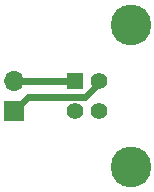
<source format=gtl>
%TF.GenerationSoftware,KiCad,Pcbnew,7.0.5*%
%TF.CreationDate,2024-02-13T09:57:52+02:00*%
%TF.ProjectId,USB Connector,55534220-436f-46e6-9e65-63746f722e6b,V0*%
%TF.SameCoordinates,Original*%
%TF.FileFunction,Copper,L1,Top*%
%TF.FilePolarity,Positive*%
%FSLAX46Y46*%
G04 Gerber Fmt 4.6, Leading zero omitted, Abs format (unit mm)*
G04 Created by KiCad (PCBNEW 7.0.5) date 2024-02-13 09:57:52*
%MOMM*%
%LPD*%
G01*
G04 APERTURE LIST*
%TA.AperFunction,ComponentPad*%
%ADD10R,1.400000X1.400000*%
%TD*%
%TA.AperFunction,ComponentPad*%
%ADD11C,1.400000*%
%TD*%
%TA.AperFunction,ComponentPad*%
%ADD12C,3.450000*%
%TD*%
%TA.AperFunction,ComponentPad*%
%ADD13R,1.700000X1.700000*%
%TD*%
%TA.AperFunction,ComponentPad*%
%ADD14O,1.700000X1.700000*%
%TD*%
%TA.AperFunction,Conductor*%
%ADD15C,0.600000*%
%TD*%
G04 APERTURE END LIST*
D10*
%TO.P,J2,1,VBUS*%
%TO.N,Net-(J2-VBUS)*%
X-854000Y1300000D03*
D11*
%TO.P,J2,2,D-*%
%TO.N,unconnected-(J2-D--Pad2)*%
X-854000Y-1200000D03*
%TO.P,J2,3,D+*%
%TO.N,unconnected-(J2-D+-Pad3)*%
X1146000Y-1200000D03*
%TO.P,J2,4,GND*%
%TO.N,Net-(J2-GND)*%
X1146000Y1300000D03*
D12*
%TO.P,J2,MH1,MH1*%
%TO.N,unconnected-(J2-PadMH1)*%
X3846000Y6070000D03*
%TO.P,J2,MH2,MH2*%
%TO.N,unconnected-(J2-PadMH2)*%
X3846000Y-5970000D03*
%TD*%
D13*
%TO.P,J5,1,Pin_1*%
%TO.N,Net-(J2-GND)*%
X-6046000Y-1220000D03*
D14*
%TO.P,J5,2,Pin_2*%
%TO.N,Net-(J2-VBUS)*%
X-6046000Y1320000D03*
%TD*%
D15*
%TO.N,Net-(J2-VBUS)*%
X-874000Y1320000D02*
X-6046000Y1320000D01*
X-854000Y1300000D02*
X-874000Y1320000D01*
%TO.N,Net-(J2-GND)*%
X0Y0D02*
X-4826000Y0D01*
X1146000Y1300000D02*
X1146000Y1146000D01*
X1146000Y1146000D02*
X0Y0D01*
X-4826000Y0D02*
X-6046000Y-1220000D01*
%TD*%
M02*

</source>
